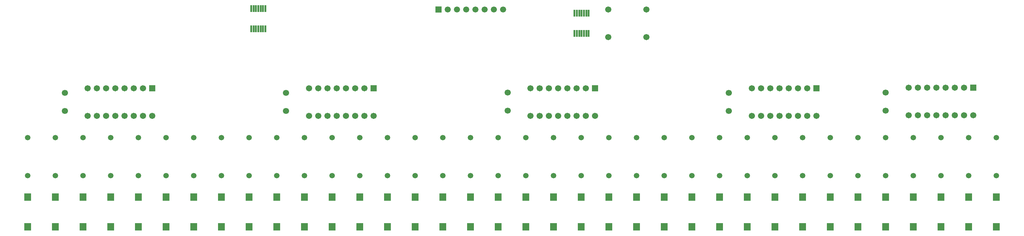
<source format=gts>
G04 Layer: TopSolderMaskLayer*
G04 EasyEDA v6.5.43, 2024-07-16 18:23:05*
G04 cb6e2e9fbd21486d88ae5690d2d3dc00,10*
G04 Gerber Generator version 0.2*
G04 Scale: 100 percent, Rotated: No, Reflected: No *
G04 Dimensions in inches *
G04 leading zeros omitted , absolute positions ,3 integer and 6 decimal *
%FSLAX36Y36*%
%MOIN*%

%AMMACRO1*4,1,8,-0.0343,-0.0394,-0.0355,-0.0382,-0.0355,0.0382,-0.0343,0.0394,0.0343,0.0394,0.0355,0.0382,0.0355,-0.0382,0.0343,-0.0394,-0.0343,-0.0394,0*%
%AMMACRO2*4,1,8,-0.0318,-0.033,-0.033,-0.0318,-0.033,0.0318,-0.0318,0.033,0.0318,0.033,0.033,0.0318,0.033,-0.0318,0.0318,-0.033,-0.0318,-0.033,0*%
%AMMACRO3*4,1,8,-0.0323,-0.0335,-0.0335,-0.0323,-0.0335,0.0323,-0.0323,0.0335,0.0323,0.0335,0.0335,0.0323,0.0335,-0.0323,0.0323,-0.0335,-0.0323,-0.0335,0*%
%AMMACRO4*4,1,8,-0.0087,-0.0355,-0.0099,-0.0343,-0.0099,0.0343,-0.0087,0.0355,0.0087,0.0355,0.0099,0.0343,0.0099,-0.0343,0.0087,-0.0355,-0.0087,-0.0355,0*%
%ADD10C,0.0669*%
%ADD11C,0.0591*%
%ADD12MACRO1*%
%ADD13MACRO2*%
%ADD14C,0.0660*%
%ADD15C,0.0670*%
%ADD16MACRO3*%
%ADD17MACRO4*%
%ADD18C,0.0148*%

%LPD*%
D10*
G01*
X1005000Y2196579D03*
G01*
X1005000Y2393429D03*
G01*
X3400000Y2196579D03*
G01*
X3400000Y2393429D03*
G01*
X5805000Y2201579D03*
G01*
X5805000Y2398429D03*
G01*
X8200000Y2196579D03*
G01*
X8200000Y2393429D03*
G01*
X9900000Y2201579D03*
G01*
X9900000Y2398429D03*
D11*
G01*
X600000Y1493310D03*
G01*
X600000Y1906689D03*
G01*
X900000Y1493310D03*
G01*
X900000Y1906689D03*
G01*
X1200000Y1493310D03*
G01*
X1200000Y1906689D03*
G01*
X1500000Y1493310D03*
G01*
X1500000Y1906689D03*
G01*
X1800000Y1493310D03*
G01*
X1800000Y1906689D03*
G01*
X2100000Y1493310D03*
G01*
X2100000Y1906689D03*
G01*
X2400000Y1493310D03*
G01*
X2400000Y1906689D03*
G01*
X2700000Y1493310D03*
G01*
X2700000Y1906689D03*
G01*
X3000000Y1493310D03*
G01*
X3000000Y1906689D03*
G01*
X3300000Y1493310D03*
G01*
X3300000Y1906689D03*
G01*
X3600000Y1493310D03*
G01*
X3600000Y1906689D03*
G01*
X3900000Y1493310D03*
G01*
X3900000Y1906689D03*
G01*
X4200000Y1493310D03*
G01*
X4200000Y1906689D03*
G01*
X4500000Y1493310D03*
G01*
X4500000Y1906689D03*
G01*
X4800000Y1493310D03*
G01*
X4800000Y1906689D03*
G01*
X5100000Y1493310D03*
G01*
X5100000Y1906689D03*
G01*
X5400000Y1493310D03*
G01*
X5400000Y1906689D03*
G01*
X5700000Y1493310D03*
G01*
X5700000Y1906689D03*
G01*
X6000000Y1493310D03*
G01*
X6000000Y1906689D03*
G01*
X6300000Y1493310D03*
G01*
X6300000Y1906689D03*
G01*
X6600000Y1493310D03*
G01*
X6600000Y1906689D03*
G01*
X6900000Y1493310D03*
G01*
X6900000Y1906689D03*
G01*
X7200000Y1493310D03*
G01*
X7200000Y1906689D03*
G01*
X7500000Y1493310D03*
G01*
X7500000Y1906689D03*
G01*
X7800000Y1493310D03*
G01*
X7800000Y1906689D03*
G01*
X8100000Y1493310D03*
G01*
X8100000Y1906689D03*
G01*
X8400000Y1493310D03*
G01*
X8400000Y1906689D03*
G01*
X8700000Y1493310D03*
G01*
X8700000Y1906689D03*
G01*
X9000000Y1493310D03*
G01*
X9000000Y1906689D03*
G01*
X9300000Y1493310D03*
G01*
X9300000Y1906689D03*
G01*
X9600000Y1493310D03*
G01*
X9600000Y1906689D03*
G01*
X9900000Y1493310D03*
G01*
X9900000Y1906689D03*
D12*
G01*
X600000Y938583D03*
G01*
X600000Y1261417D03*
G01*
X900000Y938583D03*
G01*
X900000Y1261417D03*
G01*
X1200000Y938583D03*
G01*
X1200000Y1261417D03*
G01*
X1500000Y938583D03*
G01*
X1500000Y1261417D03*
G01*
X1800000Y938583D03*
G01*
X1800000Y1261417D03*
G01*
X2100000Y938583D03*
G01*
X2100000Y1261417D03*
G01*
X2400000Y938583D03*
G01*
X2400000Y1261417D03*
G01*
X2700000Y938583D03*
G01*
X2700000Y1261417D03*
G01*
X3000000Y938583D03*
G01*
X3000000Y1261417D03*
G01*
X3300000Y938583D03*
G01*
X3300000Y1261417D03*
G01*
X3600000Y938583D03*
G01*
X3600000Y1261417D03*
G01*
X3900000Y938583D03*
G01*
X3900000Y1261417D03*
G01*
X4200000Y938583D03*
G01*
X4200000Y1261417D03*
G01*
X4500000Y938583D03*
G01*
X4500000Y1261417D03*
G01*
X4800000Y938583D03*
G01*
X4800000Y1261417D03*
G01*
X5100000Y938583D03*
G01*
X5100000Y1261417D03*
G01*
X5400000Y938583D03*
G01*
X5400000Y1261417D03*
G01*
X5700000Y938583D03*
G01*
X5700000Y1261417D03*
G01*
X6000000Y938583D03*
G01*
X6000000Y1261417D03*
G01*
X6300000Y938583D03*
G01*
X6300000Y1261417D03*
G01*
X6600000Y938583D03*
G01*
X6600000Y1261417D03*
G01*
X6900000Y938583D03*
G01*
X6900000Y1261417D03*
G01*
X7200000Y938583D03*
G01*
X7200000Y1261417D03*
G01*
X7500000Y938583D03*
G01*
X7500000Y1261417D03*
G01*
X7800000Y938583D03*
G01*
X7800000Y1261417D03*
G01*
X8100000Y938583D03*
G01*
X8100000Y1261417D03*
G01*
X8400000Y938583D03*
G01*
X8400000Y1261417D03*
G01*
X8700000Y938583D03*
G01*
X8700000Y1261417D03*
G01*
X9000000Y938583D03*
G01*
X9000000Y1261417D03*
G01*
X9300000Y938583D03*
G01*
X9300000Y1261417D03*
G01*
X9600000Y938583D03*
G01*
X9600000Y1261417D03*
G01*
X9900000Y938583D03*
G01*
X9900000Y1261417D03*
D11*
G01*
X10200000Y1493310D03*
G01*
X10200000Y1906689D03*
G01*
X10500000Y1493310D03*
G01*
X10500000Y1906689D03*
G01*
X10800000Y1493310D03*
G01*
X10800000Y1906689D03*
G01*
X11100000Y1493310D03*
G01*
X11100000Y1906689D03*
D12*
G01*
X10200000Y938583D03*
G01*
X10200000Y1261417D03*
G01*
X10500000Y938583D03*
G01*
X10500000Y1261417D03*
G01*
X10800000Y938583D03*
G01*
X10800000Y1261417D03*
G01*
X11100000Y938583D03*
G01*
X11100000Y1261417D03*
D13*
G01*
X5055000Y3300000D03*
D14*
G01*
X5155000Y3300000D03*
G01*
X5255000Y3300000D03*
G01*
X5355000Y3300000D03*
G01*
X5455000Y3300000D03*
G01*
X5555000Y3300000D03*
G01*
X5655000Y3300000D03*
G01*
X5755000Y3300000D03*
D15*
G01*
X1950000Y2145000D03*
G01*
X1850000Y2145000D03*
G01*
X1750000Y2145000D03*
G01*
X1650000Y2145000D03*
G01*
X1550000Y2145000D03*
G01*
X1450000Y2145000D03*
G01*
X1350000Y2145000D03*
G01*
X1250000Y2145000D03*
G01*
X1250000Y2445000D03*
G01*
X1350000Y2445000D03*
G01*
X1450000Y2445000D03*
G01*
X1550000Y2445000D03*
G01*
X1650000Y2445000D03*
G01*
X1750000Y2445000D03*
G01*
X1850000Y2445000D03*
D16*
G01*
X1950003Y2444998D03*
D15*
G01*
X4350000Y2145000D03*
G01*
X4250000Y2145000D03*
G01*
X4150000Y2145000D03*
G01*
X4050000Y2145000D03*
G01*
X3950000Y2145000D03*
G01*
X3850000Y2145000D03*
G01*
X3750000Y2145000D03*
G01*
X3650000Y2145000D03*
G01*
X3650000Y2445000D03*
G01*
X3750000Y2445000D03*
G01*
X3850000Y2445000D03*
G01*
X3950000Y2445000D03*
G01*
X4050000Y2445000D03*
G01*
X4150000Y2445000D03*
G01*
X4250000Y2445000D03*
D16*
G01*
X4350003Y2444998D03*
D15*
G01*
X6750000Y2145000D03*
G01*
X6650000Y2145000D03*
G01*
X6550000Y2145000D03*
G01*
X6450000Y2145000D03*
G01*
X6350000Y2145000D03*
G01*
X6250000Y2145000D03*
G01*
X6150000Y2145000D03*
G01*
X6050000Y2145000D03*
G01*
X6050000Y2445000D03*
G01*
X6150000Y2445000D03*
G01*
X6250000Y2445000D03*
G01*
X6350000Y2445000D03*
G01*
X6450000Y2445000D03*
G01*
X6550000Y2445000D03*
G01*
X6650000Y2445000D03*
D16*
G01*
X6750003Y2444998D03*
D15*
G01*
X9150000Y2145000D03*
G01*
X9050000Y2145000D03*
G01*
X8950000Y2145000D03*
G01*
X8850000Y2145000D03*
G01*
X8750000Y2145000D03*
G01*
X8650000Y2145000D03*
G01*
X8550000Y2145000D03*
G01*
X8450000Y2145000D03*
G01*
X8450000Y2445000D03*
G01*
X8550000Y2445000D03*
G01*
X8650000Y2445000D03*
G01*
X8750000Y2445000D03*
G01*
X8850000Y2445000D03*
G01*
X8950000Y2445000D03*
G01*
X9050000Y2445000D03*
D16*
G01*
X9150003Y2444998D03*
D15*
G01*
X10850000Y2150000D03*
G01*
X10750000Y2150000D03*
G01*
X10650000Y2150000D03*
G01*
X10550000Y2150000D03*
G01*
X10450000Y2150000D03*
G01*
X10350000Y2150000D03*
G01*
X10250000Y2150000D03*
G01*
X10150000Y2150000D03*
G01*
X10150000Y2450000D03*
G01*
X10250000Y2450000D03*
G01*
X10350000Y2450000D03*
G01*
X10450000Y2450000D03*
G01*
X10550000Y2450000D03*
G01*
X10650000Y2450000D03*
G01*
X10750000Y2450000D03*
D16*
G01*
X10850003Y2449998D03*
D15*
G01*
X6893310Y3000000D03*
G01*
X7306689Y3000000D03*
G01*
X7306689Y3300000D03*
G01*
X6893310Y3300000D03*
D17*
G01*
X3023230Y3089760D03*
G01*
X3048819Y3089760D03*
G01*
X3074409Y3089760D03*
G01*
X3100000Y3089760D03*
G01*
X3125590Y3089760D03*
G01*
X3151180Y3089760D03*
G01*
X3176769Y3089760D03*
G01*
X3176769Y3310239D03*
G01*
X3151180Y3310239D03*
G01*
X3125590Y3310239D03*
G01*
X3100000Y3310239D03*
G01*
X3074409Y3310239D03*
G01*
X3048819Y3310239D03*
G01*
X3023230Y3310239D03*
G01*
X6681769Y3260239D03*
G01*
X6656180Y3260239D03*
G01*
X6630590Y3260239D03*
G01*
X6605000Y3260239D03*
G01*
X6579409Y3260239D03*
G01*
X6553819Y3260239D03*
G01*
X6528230Y3260239D03*
G01*
X6528230Y3039760D03*
G01*
X6553819Y3039760D03*
G01*
X6579409Y3039760D03*
G01*
X6605000Y3039760D03*
G01*
X6630590Y3039760D03*
G01*
X6656180Y3039760D03*
G01*
X6681769Y3039760D03*
M02*

</source>
